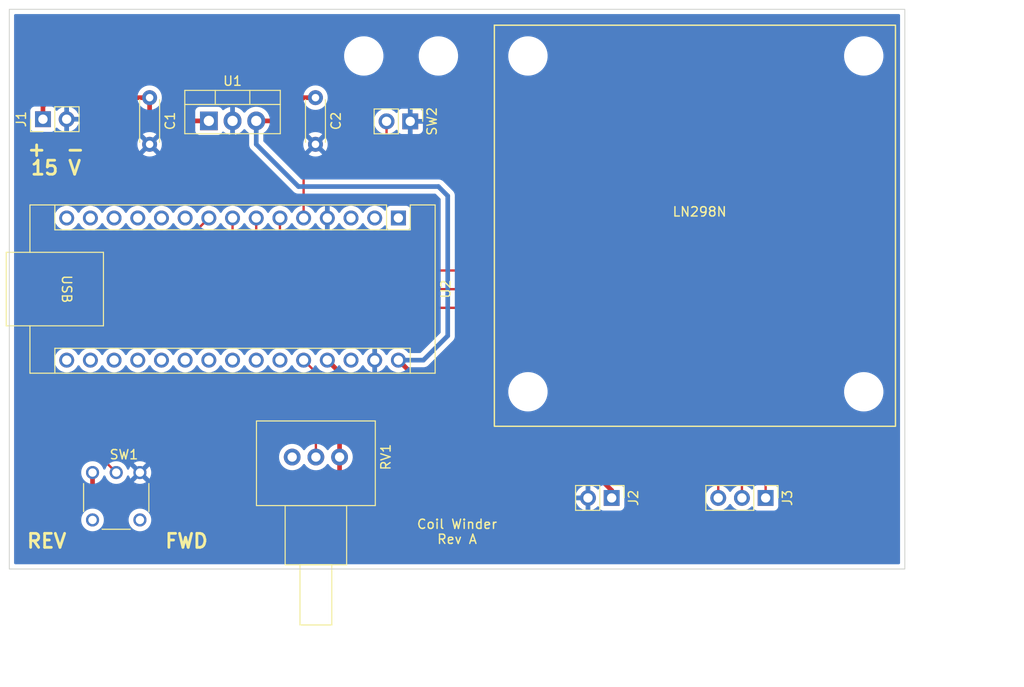
<source format=kicad_pcb>
(kicad_pcb (version 20211014) (generator pcbnew)
  (layers (0 "F.Cu" signal) (31 "B.Cu" signal) (34 "B.Paste" user) (35 "F.Paste" user) (36 "B.SilkS" user "B.Silkscreen") (37 "F.SilkS" user "F.Silkscreen") (38 "B.Mask" user) (39 "F.Mask" user) (44 "Edge.Cuts" user))
  (net 0 "")
  (net 1 "VCC")
  (net 2 "GND")
  (net 3 "+12V")
  (net 4 "/IN1")
  (net 5 "/IN2")
  (net 6 "/ENA")
  (net 8 "Net-(RV1-Pad2)")
  (net 9 "+5V")
  (net 10 "Net-(SW2-Pad2)")
  (net 31 "Net-(SW1-Pad5)")
  (footprint "MountingHole:MountingHole_3.2mm_M3" (layer "F.Cu") (at 89 69)
    (fp_text reference "REF**" hide)
    (fp_text value "MountingHole_3.2mm_M3" hide)
    (pad "" np_thru_hole circle (at 0 0) (size 3.2 3.2) (drill 3.2) (layers F&B.Cu *.Mask))
  )
  (footprint "Connector_PinHeader_2.54mm:PinHeader_1x02_P2.54mm_Vertical" (layer "F.Cu") (at 93.98 76.01 -90)
    (fp_text reference "SW2" (at 0 -2.33 90) (layer "F.SilkS"))
    (fp_text value "SW_Push")
    (fp_line (start -1.33 -1.33) (end 0 -1.33) (layer "F.SilkS") (width 0.12))
    (fp_line (start 1.33 1.27) (end 1.33 3.87) (layer "F.SilkS") (width 0.12))
    (fp_line (start -1.33 3.87) (end 1.33 3.87) (layer "F.SilkS") (width 0.12))
    (fp_line (start -1.33 1.27) (end -1.33 3.87) (layer "F.SilkS") (width 0.12))
    (fp_line (start -1.33 1.27) (end 1.33 1.27) (layer "F.SilkS") (width 0.12))
    (fp_line (start -1.33 0) (end -1.33 -1.33) (layer "F.SilkS") (width 0.12))
    (pad "1" thru_hole rect (at 0 0 270) (size 1.7 1.7) (drill 1) (layers *.Cu *.Mask) (net 2 "GND"))
    (pad "2" thru_hole oval (at 0 2.54 270) (size 1.7 1.7) (drill 1) (layers *.Cu *.Mask) (net 10 "Net-(SW2-Pad2)"))
  )
  (footprint "Connector_PinHeader_2.54mm:PinHeader_1x02_P2.54mm_Vertical" (layer "F.Cu") (at 115.575 116.38 -90)
    (fp_text reference "J2" (at 0 -2.33 -90) (layer "F.SilkS"))
    (fp_text value "Screw_Terminal_01x02")
    (fp_line (start -1.33 0) (end -1.33 -1.33) (layer "F.SilkS") (width 0.12))
    (fp_line (start -1.33 -1.33) (end 0 -1.33) (layer "F.SilkS") (width 0.12))
    (fp_line (start -1.33 1.27) (end -1.33 3.87) (layer "F.SilkS") (width 0.12))
    (fp_line (start -1.33 1.27) (end 1.33 1.27) (layer "F.SilkS") (width 0.12))
    (fp_line (start 1.33 1.27) (end 1.33 3.87) (layer "F.SilkS") (width 0.12))
    (fp_line (start -1.33 3.87) (end 1.33 3.87) (layer "F.SilkS") (width 0.12))
    (pad "1" thru_hole rect (at 0 0 270) (size 1.7 1.7) (drill 1) (layers *.Cu *.Mask) (net 3 "+12V"))
    (pad "2" thru_hole oval (at 0 2.54 270) (size 1.7 1.7) (drill 1) (layers *.Cu *.Mask) (net 2 "GND"))
  )
  (footprint "MountingHole:MountingHole_3.2mm_M3" (layer "F.Cu") (at 142.6 105)
    (fp_text reference "REF**" hide)
    (fp_text value "MountingHole_3.2mm_M3" hide)
    (pad "" np_thru_hole circle (at 0 0) (size 3.2 3.2) (drill 3.2) (layers F&B.Cu *.Mask))
  )
  (footprint "MountingHole:MountingHole_3.2mm_M3" (layer "F.Cu") (at 106.6 69)
    (fp_text reference "REF**" hide)
    (fp_text value "MountingHole_3.2mm_M3" hide)
    (pad "" np_thru_hole circle (at 0 0) (size 3.2 3.2) (drill 3.2) (layers F&B.Cu *.Mask))
  )
  (footprint "200USP1T1A1M6RE:SW_200USP1T1A1M6RE" (layer "F.Cu") (at 62.46 116.84 180)
    (fp_text reference "SW1" (at -0.827 5.105 180) (layer "F.SilkS"))
    (fp_text value "SW_SPDT")
    (fp_line (start -1.516 -2.9) (end 1.516 -2.9) (layer "F.SilkS") (width 0.127))
    (fp_line (start 3.5 -1) (end 3.5 2) (layer "F.SilkS") (width 0.127))
    (fp_line (start -3.5 -1) (end -3.5 2) (layer "F.SilkS") (width 0.127))
    (pad "4" thru_hole circle locked (at -2.54 3.18 180) (size 1.408 1.408) (drill 0.9) (layers *.Cu *.Mask) (net 2 "GND"))
    (pad "5" thru_hole circle locked (at 0 3.18 180) (size 1.408 1.408) (drill 0.9) (layers *.Cu *.Mask) (net 31 "Net-(SW1-Pad5)"))
    (pad "6" thru_hole circle locked (at 2.54 3.18 180) (size 1.408 1.408) (drill 0.9) (layers *.Cu *.Mask) (net 9 "+5V"))
    (pad "S1" thru_hole circle locked (at -2.54 -1.9 180) (size 1.408 1.408) (drill 0.9) (layers *.Cu *.Mask))
    (pad "S2" thru_hole circle locked (at 2.54 -1.9 180) (size 1.408 1.408) (drill 0.9) (layers *.Cu *.Mask))
  )
  (footprint "Connector_PinHeader_2.54mm:PinHeader_1x03_P2.54mm_Vertical" (layer "F.Cu") (at 132.08 116.38 -90)
    (fp_text reference "J3" (at 0 -2.33 -90) (layer "F.SilkS"))
    (fp_text value "Screw_Terminal_01x03")
    (fp_line (start -1.33 0) (end -1.33 -1.33) (layer "F.SilkS") (width 0.12))
    (fp_line (start 1.33 1.27) (end 1.33 6.41) (layer "F.SilkS") (width 0.12))
    (fp_line (start -1.33 1.27) (end 1.33 1.27) (layer "F.SilkS") (width 0.12))
    (fp_line (start -1.33 1.27) (end -1.33 6.41) (layer "F.SilkS") (width 0.12))
    (fp_line (start -1.33 6.41) (end 1.33 6.41) (layer "F.SilkS") (width 0.12))
    (fp_line (start -1.33 -1.33) (end 0 -1.33) (layer "F.SilkS") (width 0.12))
    (pad "1" thru_hole rect (at 0 0 270) (size 1.7 1.7) (drill 1) (layers *.Cu *.Mask) (net 4 "/IN1"))
    (pad "2" thru_hole oval (at 0 2.54 270) (size 1.7 1.7) (drill 1) (layers *.Cu *.Mask) (net 5 "/IN2"))
    (pad "3" thru_hole oval (at 0 5.08 270) (size 1.7 1.7) (drill 1) (layers *.Cu *.Mask) (net 6 "/ENA"))
  )
  (footprint "Package_TO_SOT_THT:TO-220-3_Vertical" (layer "F.Cu") (at 72.39 75.96)
    (fp_text reference "U1" (at 2.54 -4.27) (layer "F.SilkS"))
    (fp_text value "L7812")
    (fp_line (start 7.66 -3.27) (end 7.66 1.371) (layer "F.SilkS") (width 0.12))
    (fp_line (start -2.58 1.371) (end 7.66 1.371) (layer "F.SilkS") (width 0.12))
    (fp_line (start 0.69 -3.27) (end 0.69 -1.76) (layer "F.SilkS") (width 0.12))
    (fp_line (start 4.391 -3.27) (end 4.391 -1.76) (layer "F.SilkS") (width 0.12))
    (fp_line (start -2.58 -3.27) (end -2.58 1.371) (layer "F.SilkS") (width 0.12))
    (fp_line (start -2.58 -3.27) (end 7.66 -3.27) (layer "F.SilkS") (width 0.12))
    (fp_line (start -2.58 -1.76) (end 7.66 -1.76) (layer "F.SilkS") (width 0.12))
    (pad "1" thru_hole rect (at 0 0) (size 1.905 2) (drill 1.1) (layers *.Cu *.Mask) (net 1 "VCC"))
    (pad "2" thru_hole oval (at 2.54 0) (size 1.905 2) (drill 1.1) (layers *.Cu *.Mask) (net 2 "GND"))
    (pad "3" thru_hole oval (at 5.08 0) (size 1.905 2) (drill 1.1) (layers *.Cu *.Mask) (net 3 "+12V"))
  )
  (footprint "Capacitor_THT:C_Disc_D4.3mm_W1.9mm_P5.00mm" (layer "F.Cu") (at 66.04 73.47 -90)
    (fp_text reference "C1" (at 2.5 -2.2 90) (layer "F.SilkS"))
    (fp_text value "0.22µF")
    (fp_line (start 4.77 1.055) (end 4.77 1.07) (layer "F.SilkS") (width 0.12))
    (fp_line (start 4.77 -1.07) (end 4.77 -1.055) (layer "F.SilkS") (width 0.12))
    (fp_line (start 0.23 -1.07) (end 4.77 -1.07) (layer "F.SilkS") (width 0.12))
    (fp_line (start 0.23 -1.07) (end 0.23 -1.055) (layer "F.SilkS") (width 0.12))
    (fp_line (start 0.23 1.055) (end 0.23 1.07) (layer "F.SilkS") (width 0.12))
    (fp_line (start 0.23 1.07) (end 4.77 1.07) (layer "F.SilkS") (width 0.12))
    (pad "1" thru_hole circle (at 0 0 270) (size 1.6 1.6) (drill 0.8) (layers *.Cu *.Mask) (net 1 "VCC"))
    (pad "2" thru_hole circle (at 5 0 270) (size 1.6 1.6) (drill 0.8) (layers *.Cu *.Mask) (net 2 "GND"))
  )
  (footprint "MountingHole:MountingHole_3.2mm_M3" (layer "F.Cu") (at 142.6 69)
    (fp_text reference "REF**" hide)
    (fp_text value "MountingHole_3.2mm_M3" hide)
    (pad "" np_thru_hole circle (at 0 0) (size 3.2 3.2) (drill 3.2) (layers F&B.Cu *.Mask))
  )
  (footprint "MountingHole:MountingHole_3.2mm_M3" (layer "F.Cu") (at 97 69)
    (fp_text reference "REF**" hide)
    (fp_text value "MountingHole_3.2mm_M3" hide)
    (pad "" np_thru_hole circle (at 0 0) (size 3.2 3.2) (drill 3.2) (layers F&B.Cu *.Mask))
  )
  (footprint "Connector_PinHeader_2.54mm:PinHeader_1x02_P2.54mm_Vertical" (layer "F.Cu") (at 54.605 75.78 90)
    (fp_text reference "J1" (at 0 -2.33 90) (layer "F.SilkS"))
    (fp_text value "Screw_Terminal_01x02")
    (fp_line (start -1.33 -1.33) (end 0 -1.33) (layer "F.SilkS") (width 0.12))
    (fp_line (start -1.33 1.27) (end -1.33 3.87) (layer "F.SilkS") (width 0.12))
    (fp_line (start 1.33 1.27) (end 1.33 3.87) (layer "F.SilkS") (width 0.12))
    (fp_line (start -1.33 0) (end -1.33 -1.33) (layer "F.SilkS") (width 0.12))
    (fp_line (start -1.33 3.87) (end 1.33 3.87) (layer "F.SilkS") (width 0.12))
    (fp_line (start -1.33 1.27) (end 1.33 1.27) (layer "F.SilkS") (width 0.12))
    (pad "1" thru_hole rect (at 0 0 90) (size 1.7 1.7) (drill 1) (layers *.Cu *.Mask) (net 1 "VCC"))
    (pad "2" thru_hole oval (at 0 2.54 90) (size 1.7 1.7) (drill 1) (layers *.Cu *.Mask) (net 2 "GND"))
  )
  (footprint "Capacitor_THT:C_Disc_D4.3mm_W1.9mm_P5.00mm" (layer "F.Cu") (at 83.82 73.47 -90)
    (fp_text reference "C2" (at 2.5 -2.2 90) (layer "F.SilkS"))
    (fp_text value "0.1µF")
    (fp_line (start 0.23 1.07) (end 4.77 1.07) (layer "F.SilkS") (width 0.12))
    (fp_line (start 0.23 1.055) (end 0.23 1.07) (layer "F.SilkS") (width 0.12))
    (fp_line (start 4.77 -1.07) (end 4.77 -1.055) (layer "F.SilkS") (width 0.12))
    (fp_line (start 4.77 1.055) (end 4.77 1.07) (layer "F.SilkS") (width 0.12))
    (fp_line (start 0.23 -1.07) (end 4.77 -1.07) (layer "F.SilkS") (width 0.12))
    (fp_line (start 0.23 -1.07) (end 0.23 -1.055) (layer "F.SilkS") (width 0.12))
    (pad "1" thru_hole circle (at 0 0 270) (size 1.6 1.6) (drill 0.8) (layers *.Cu *.Mask) (net 3 "+12V"))
    (pad "2" thru_hole circle (at 5 0 270) (size 1.6 1.6) (drill 0.8) (layers *.Cu *.Mask) (net 2 "GND"))
  )
  (footprint "Potentiometer_THT:Potentiometer_Vishay_148-149_Single_Horizontal" (layer "F.Cu") (at 81.325 112 -90)
    (fp_text reference "RV1" (at 0 -10.04 90) (layer "F.SilkS"))
    (fp_text value "10k")
    (fp_line (start 5.2 -8.91) (end 5.2 3.83) (layer "F.SilkS") (width 0.12))
    (fp_line (start -3.87 -8.91) (end 5.2 -8.91) (layer "F.SilkS") (width 0.12))
    (fp_line (start 5.2 0.755) (end 11.55 0.755) (layer "F.SilkS") (width 0.12))
    (fp_line (start -3.87 -8.91) (end -3.87 3.83) (layer "F.SilkS") (width 0.12))
    (fp_line (start 11.55 -4.244) (end 11.55 -0.835) (layer "F.SilkS") (width 0.12))
    (fp_line (start 11.55 -4.244) (end 18 -4.244) (layer "F.SilkS") (width 0.12))
    (fp_line (start 5.2 -5.835) (end 11.55 -5.835) (layer "F.SilkS") (width 0.12))
    (fp_line (start -3.87 3.83) (end 5.2 3.83) (layer "F.SilkS") (width 0.12))
    (fp_line (start 11.55 -5.835) (end 11.55 0.755) (layer "F.SilkS") (width 0.12))
    (fp_line (start 18 -4.244) (end 18 -0.835) (layer "F.SilkS") (width 0.12))
    (fp_line (start 5.2 -5.835) (end 5.2 0.755) (layer "F.SilkS") (width 0.12))
    (fp_line (start 11.55 -0.835) (end 18 -0.835) (layer "F.SilkS") (width 0.12))
    (pad "1" thru_hole circle (at 0 0 270) (size 1.8 1.8) (drill 1) (layers *.Cu *.Mask))
    (pad "2" thru_hole circle (at 0 -2.54 270) (size 1.8 1.8) (drill 1) (layers *.Cu *.Mask) (net 8 "Net-(RV1-Pad2)"))
    (pad "3" thru_hole circle (at 0 -5.08 270) (size 1.8 1.8) (drill 1) (layers *.Cu *.Mask) (net 9 "+5V"))
  )
  (footprint "Module:Arduino_Nano" (layer "F.Cu") (at 92.71 86.37 -90)
    (fp_text reference "U2" (at 7.62 -5.08 90) (layer "F.SilkS"))
    (fp_text value "Arduino_Nano_v3.x")
    (fp_text user "USB" (at 7.62 35.56 -90 unlocked) (layer "F.SilkS"))
    (fp_line (start 11.56 31.62) (end 11.56 42.04) (layer "F.SilkS") (width 0.12))
    (fp_line (start 3.68 42.04) (end 3.68 31.62) (layer "F.SilkS") (width 0.12))
    (fp_line (start 1.27 36.83) (end -1.4 36.83) (layer "F.SilkS") (width 0.12))
    (fp_line (start 16.64 39.5) (end 11.56 39.5) (layer "F.SilkS") (width 0.12))
    (fp_line (start 1.27 1.27) (end 1.27 36.83) (layer "F.SilkS") (width 0.12))
    (fp_line (start 16.64 -3.94) (end -1.4 -3.94) (layer "F.SilkS") (width 0.12))
    (fp_line (start -1.4 39.5) (end 3.68 39.5) (layer "F.SilkS") (width 0.12))
    (fp_line (start 1.27 1.27) (end -1.4 1.27) (layer "F.SilkS") (width 0.12))
    (fp_line (start 13.97 -1.27) (end 16.64 -1.27) (layer "F.SilkS") (width 0.12))
    (fp_line (start 3.68 31.62) (end 11.56 31.62) (layer "F.SilkS") (width 0.12))
    (fp_line (start 13.97 36.83) (end 16.64 36.83) (layer "F.SilkS") (width 0.12))
    (fp_line (start -1.4 -3.94) (end -1.4 -1.27) (layer "F.SilkS") (width 0.12))
    (fp_line (start 1.27 -1.27) (end -1.4 -1.27) (layer "F.SilkS") (width 0.12))
    (fp_line (start 11.56 42.04) (end 3.68 42.04) (layer "F.SilkS") (width 0.12))
    (fp_line (start 1.27 1.27) (end 1.27 -1.27) (layer "F.SilkS") (width 0.12))
    (fp_line (start 16.64 39.5) (end 16.64 -3.94) (layer "F.SilkS") (width 0.12))
    (fp_line (start 13.97 -1.27) (end 13.97 36.83) (layer "F.SilkS") (width 0.12))
    (fp_line (start -1.4 1.27) (end -1.4 39.5) (layer "F.SilkS") (width 0.12))
    (pad "1" thru_hole rect (at 0 0 270) (size 1.6 1.6) (drill 1) (layers *.Cu *.Mask))
    (pad "2" thru_hole oval (at 0 2.54 270) (size 1.6 1.6) (drill 1) (layers *.Cu *.Mask))
    (pad "3" thru_hole oval (at 0 5.08 270) (size 1.6 1.6) (drill 1) (layers *.Cu *.Mask))
    (pad "4" thru_hole oval (at 0 7.62 270) (size 1.6 1.6) (drill 1) (layers *.Cu *.Mask) (net 2 "GND"))
    (pad "5" thru_hole oval (at 0 10.16 270) (size 1.6 1.6) (drill 1) (layers *.Cu *.Mask) (net 10 "Net-(SW2-Pad2)"))
    (pad "6" thru_hole oval (at 0 12.7 270) (size 1.6 1.6) (drill 1) (layers *.Cu *.Mask) (net 4 "/IN1"))
    (pad "7" thru_hole oval (at 0 15.24 270) (size 1.6 1.6) (drill 1) (layers *.Cu *.Mask) (net 5 "/IN2"))
    (pad "8" thru_hole oval (at 0 17.78 270) (size 1.6 1.6) (drill 1) (layers *.Cu *.Mask) (net 6 "/ENA"))
    (pad "9" thru_hole oval (at 0 20.32 270) (size 1.6 1.6) (drill 1) (layers *.Cu *.Mask) (net 31 "Net-(SW1-Pad5)"))
    (pad "10" thru_hole oval (at 0 22.86 270) (size 1.6 1.6) (drill 1) (layers *.Cu *.Mask))
    (pad "11" thru_hole oval (at 0 25.4 270) (size 1.6 1.6) (drill 1) (layers *.Cu *.Mask))
    (pad "12" thru_hole oval (at 0 27.94 270) (size 1.6 1.6) (drill 1) (layers *.Cu *.Mask))
    (pad "13" thru_hole oval (at 0 30.48 270) (size 1.6 1.6) (drill 1) (layers *.Cu *.Mask))
    (pad "14" thru_hole oval (at 0 33.02 270) (size 1.6 1.6) (drill 1) (layers *.Cu *.Mask))
    (pad "15" thru_hole oval (at 0 35.56 270) (size 1.6 1.6) (drill 1) (layers *.Cu *.Mask))
    (pad "16" thru_hole oval (at 15.24 35.56 270) (size 1.6 1.6) (drill 1) (layers *.Cu *.Mask))
    (pad "17" thru_hole oval (at 15.24 33.02 270) (size 1.6 1.6) (drill 1) (layers *.Cu *.Mask))
    (pad "18" thru_hole oval (at 15.24 30.48 270) (size 1.6 1.6) (drill 1) (layers *.Cu *.Mask))
    (pad "19" thru_hole oval (at 15.24 27.94 270) (size 1.6 1.6) (drill 1) (layers *.Cu *.Mask))
    (pad "20" thru_hole oval (at 15.24 25.4 270) (size 1.6 1.6) (drill 1) (layers *.Cu *.Mask))
    (pad "21" thru_hole oval (at 15.24 22.86 270) (size 1.6 1.6) (drill 1) (layers *.Cu *.Mask))
    (pad "22" thru_hole oval (at 15.24 20.32 270) (size 1.6 1.6) (drill 1) (layers *.Cu *.Mask))
    (pad "23" thru_hole oval (at 15.24 17.78 270) (size 1.6 1.6) (drill 1) (layers *.Cu *.Mask))
    (pad "24" thru_hole oval (at 15.24 15.24 270) (size 1.6 1.6) (drill 1) (layers *.Cu *.Mask))
    (pad "25" thru_hole oval (at 15.24 12.7 270) (size 1.6 1.6) (drill 1) (layers *.Cu *.Mask))
    (pad "26" thru_hole oval (at 15.24 10.16 270) (size 1.6 1.6) (drill 1) (layers *.Cu *.Mask) (net 8 "Net-(RV1-Pad2)"))
    (pad "27" thru_hole oval (at 15.24 7.62 270) (size 1.6 1.6) (drill 1) (layers *.Cu *.Mask) (net 9 "+5V"))
    (pad "28" thru_hole oval (at 15.24 5.08 270) (size 1.6 1.6) (drill 1) (layers *.Cu *.Mask))
    (pad "29" thru_hole oval (at 15.24 2.54 270) (size 1.6 1.6) (drill 1) (layers *.Cu *.Mask) (net 2 "GND"))
    (pad "30" thru_hole oval (at 15.24 0 270) (size 1.6 1.6) (drill 1) (layers *.Cu *.Mask) (net 3 "+12V"))
  )
  (footprint "MountingHole:MountingHole_3.2mm_M3" (layer "F.Cu") (at 106.6 105)
    (fp_text reference "REF**" hide)
    (fp_text value "MountingHole_3.2mm_M3" hide)
    (pad "" np_thru_hole circle (at 0 0) (size 3.2 3.2) (drill 3.2) (layers *.Cu *.Mask))
  )
  (gr_rect (start 103 108.7) (end 146 65.7) (layer "F.SilkS") (width 0.15) (fill none))
  (gr_rect (start 51 124) (end 147 64) (layer "Edge.Cuts") (width 0.1) (fill none))
  (gr_text "FWD" (at 70 121) (layer "F.SilkS") (effects (font (size 1.5 1.5) (thickness 0.3))))
  (gr_text "15 V" (at 56 81) (layer "F.SilkS") (effects (font (size 1.5 1.5) (thickness 0.3))))
  (gr_text "+  -" (at 56 79) (layer "F.SilkS") (effects (font (size 1.5 1.5) (thickness 0.3))))
  (gr_text "REV" (at 55 121) (layer "F.SilkS") (effects (font (size 1.5 1.5) (thickness 0.3))))
  (gr_text "LN298N" (at 125 85.7) (layer "F.SilkS") (effects (font (size 1 1))))
  (gr_text "Coil Winder\nRev A" (at 99 120) (layer "F.SilkS") (effects (font (size 1 1))))
  (segment (start 54.605 75.78) (end 54.605 74.395) (width 0.5) (layer "F.Cu") (net 1))
  (segment (start 66.04 73.47) (end 66.04 75.04) (width 0.5) (layer "F.Cu") (net 1))
  (segment (start 67.04 75.96) (end 72.39 75.96) (width 0.5) (layer "F.Cu") (net 1))
  (segment (start 54.605 74.395) (end 56 73) (width 0.5) (layer "F.Cu") (net 1))
  (segment (start 56 73) (end 64 73) (width 0.5) (layer "F.Cu") (net 1))
  (segment (start 64 73) (end 64.47 73.47) (width 0.5) (layer "F.Cu") (net 1))
  (segment (start 66.04 75.04) (end 67 76) (width 0.5) (layer "F.Cu") (net 1))
  (segment (start 64.47 73.47) (end 66.04 73.47) (width 0.5) (layer "F.Cu") (net 1))
  (segment (start 67 76) (end 67.04 75.96) (width 0.5) (layer "F.Cu") (net 1))
  (segment (start 111 111) (end 102.1 111) (width 0.5) (layer "F.Cu") (net 3))
  (segment (start 77.47 75.96) (end 79.96 75.96) (width 0.5) (layer "F.Cu") (net 3))
  (segment (start 115.575 116.38) (end 115.575 115.575) (width 0.5) (layer "F.Cu") (net 3))
  (segment (start 115.575 115.575) (end 111 111) (width 0.5) (layer "F.Cu") (net 3))
  (segment (start 80 76) (end 82.53 73.47) (width 0.5) (layer "F.Cu") (net 3))
  (segment (start 102.1 111) (end 92.71 101.61) (width 0.5) (layer "F.Cu") (net 3))
  (segment (start 79.96 75.96) (end 80 76) (width 0.5) (layer "F.Cu") (net 3))
  (segment (start 82.53 73.47) (end 83.82 73.47) (width 0.5) (layer "F.Cu") (net 3))
  (segment (start 95.39 101.61) (end 92.71 101.61) (width 0.5) (layer "B.Cu") (net 3))
  (segment (start 77.47 78.47) (end 82 83) (width 0.5) (layer "B.Cu") (net 3))
  (segment (start 98 99) (end 95.39 101.61) (width 0.5) (layer "B.Cu") (net 3))
  (segment (start 77.47 75.96) (end 77.47 78.47) (width 0.5) (layer "B.Cu") (net 3))
  (segment (start 98 84) (end 98 99) (width 0.5) (layer "B.Cu") (net 3))
  (segment (start 82 83) (end 97 83) (width 0.5) (layer "B.Cu") (net 3))
  (segment (start 97 83) (end 98 84) (width 0.5) (layer "B.Cu") (net 3))
  (segment (start 83 92) (end 80 89) (width 0.25) (layer "F.Cu") (net 4))
  (segment (start 112 92) (end 83 92) (width 0.25) (layer "F.Cu") (net 4))
  (segment (start 80 89) (end 80.01 88.99) (width 0.25) (layer "F.Cu") (net 4))
  (segment (start 132.08 116.38) (end 132.08 112.08) (width 0.25) (layer "F.Cu") (net 4))
  (segment (start 80.01 88.99) (end 80.01 86.37) (width 0.25) (layer "F.Cu") (net 4))
  (segment (start 132.08 112.08) (end 112 92) (width 0.25) (layer "F.Cu") (net 4))
  (segment (start 111 94) (end 82 94) (width 0.25) (layer "F.Cu") (net 5))
  (segment (start 77.47 89.47) (end 77.47 86.37) (width 0.25) (layer "F.Cu") (net 5))
  (segment (start 129.54 112.54) (end 111 94) (width 0.25) (layer "F.Cu") (net 5))
  (segment (start 129.54 116.38) (end 129.54 112.54) (width 0.25) (layer "F.Cu") (net 5))
  (segment (start 82 94) (end 77.47 89.47) (width 0.25) (layer "F.Cu") (net 5))
  (segment (start 127 113) (end 110 96) (width 0.25) (layer "F.Cu") (net 6))
  (segment (start 74.93 90.93) (end 74.93 86.37) (width 0.25) (layer "F.Cu") (net 6))
  (segment (start 110 96) (end 80 96) (width 0.25) (layer "F.Cu") (net 6))
  (segment (start 127 116.38) (end 127 113) (width 0.25) (layer "F.Cu") (net 6))
  (segment (start 80 96) (end 74.93 90.93) (width 0.25) (layer "F.Cu") (net 6))
  (segment (start 83.865 112) (end 83.865 102.925) (width 0.25) (layer "F.Cu") (net 8))
  (segment (start 83.865 102.925) (end 82.55 101.61) (width 0.25) (layer "F.Cu") (net 8))
  (segment (start 85 116) (end 60.55 116) (width 0.5) (layer "F.Cu") (net 9))
  (segment (start 86.405 112) (end 86.405 102.925) (width 0.5) (layer "F.Cu") (net 9))
  (segment (start 59.92 113.66) (end 59.92 115.37) (width 0.5) (layer "F.Cu") (net 9))
  (segment (start 85 116) (end 86.405 114.595) (width 0.5) (layer "F.Cu") (net 9))
  (segment (start 86.405 114.595) (end 86.405 112) (width 0.5) (layer "F.Cu") (net 9))
  (segment (start 86.405 102.925) (end 85.09 101.61) (width 0.5) (layer "F.Cu") (net 9))
  (segment (start 60.55 116) (end 59.92 115.37) (width 0.5) (layer "F.Cu") (net 9))
  (segment (start 91.44 77.56) (end 88 81) (width 0.25) (layer "F.Cu") (net 10))
  (segment (start 82.55 81.45) (end 82.55 86.37) (width 0.25) (layer "F.Cu") (net 10))
  (segment (start 91.44 76.01) (end 91.44 77.56) (width 0.25) (layer "F.Cu") (net 10))
  (segment (start 83 81) (end 82.55 81.45) (width 0.25) (layer "F.Cu") (net 10))
  (segment (start 88 81) (end 83 81) (width 0.25) (layer "F.Cu") (net 10))
  (segment (start 55 106.2) (end 55 106) (width 0.25) (layer "F.Cu") (net 31))
  (segment (start 55 106) (end 55 100) (width 0.25) (layer "F.Cu") (net 31))
  (segment (start 56 99) (end 59.76 99) (width 0.25) (layer "F.Cu") (net 31))
  (segment (start 62.46 113.66) (end 55 106.2) (width 0.25) (layer "F.Cu") (net 31))
  (segment (start 59.76 99) (end 72.39 86.37) (width 0.25) (layer "F.Cu") (net 31))
  (segment (start 55 100) (end 56 99) (width 0.25) (layer "F.Cu") (net 31))
  (zone (net 2) (net_name "GND") (layer "B.Cu") (connect_pads (clearance 0.508)) (min_thickness 0.254) (fill yes (thermal_gap 0.508) (thermal_bridge_width 0.508))
    (polygon (pts (xy 148 125) (xy 50 125) (xy 50 63) (xy 148 63)))
  )
)
</source>
